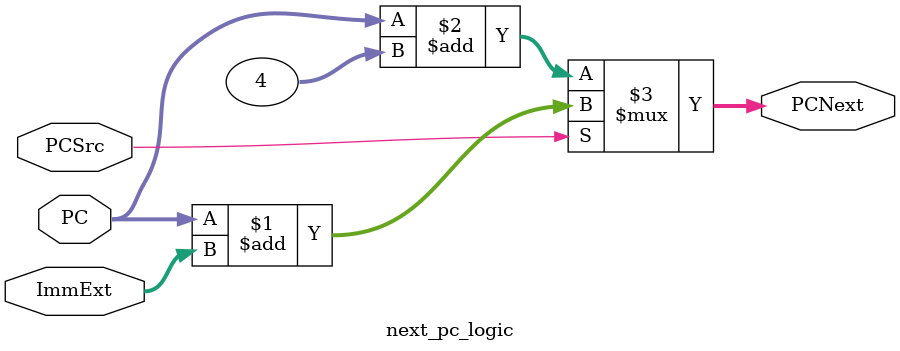
<source format=v>
module next_pc_logic
(
    input [31:0] PC ,                           
    input [31:0] ImmExt , 
    input PCSrc , 
    output [31:0] PCNext
);
    assign PCNext = PCSrc? PC+ImmExt : PC+4;
endmodule
</source>
